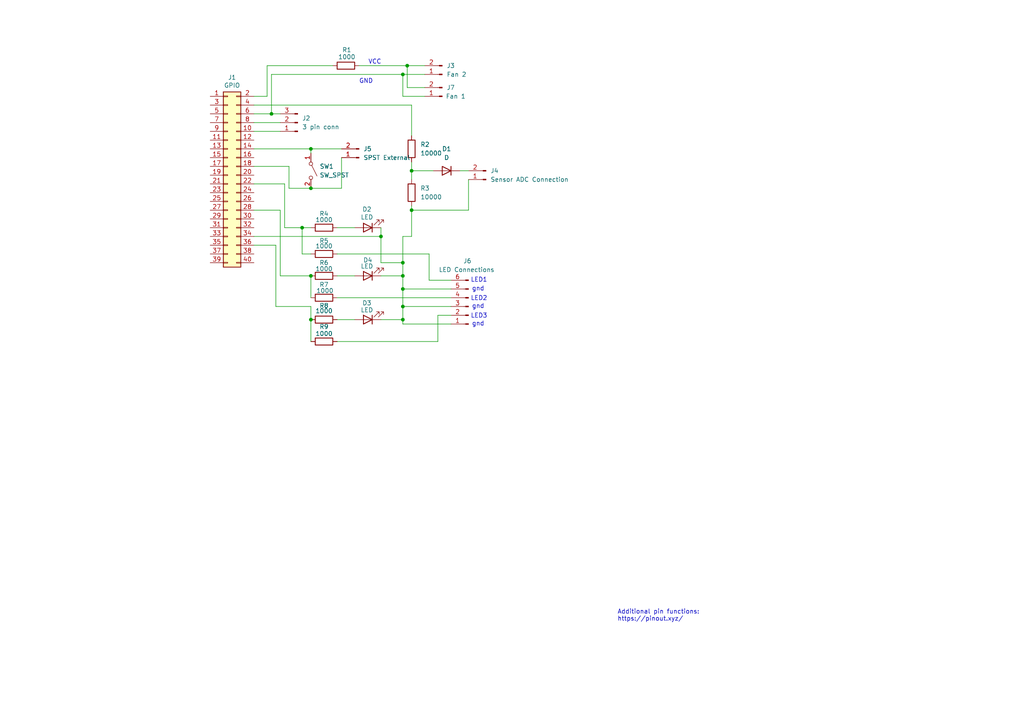
<source format=kicad_sch>
(kicad_sch (version 20231120) (generator "eeschema") (generator_version "8.0")
  (paper "A4")
  (title_block (date "15 nov 2012"))
  (lib_symbols
    (symbol "Connector:Conn_01x02_Pin" (pin_names (offset 1.016) hide)
      (property "Reference" "J" (at 0 2.54 0))
      (property "Value" "Conn_01x02_Pin" (at 0 -5.08 0))
      (symbol "Conn_01x02_Pin_1_1"
        (polyline (pts (xy 1.27 -2.54) (xy 0.8636 -2.54)) (stroke (width 0.1524)))
        (polyline (pts (xy 1.27 0) (xy 0.8636 0)) (stroke (width 0.1524)))
        (rectangle (start 0.8636 -2.413) (end 0 -2.667) (stroke (width 0.1524)) (fill (type outline)))
        (rectangle (start 0.8636 0.127) (end 0 -0.127) (stroke (width 0.1524)) (fill (type outline)))
        (pin passive line (at 5.08 0 180) (length 3.81) (name "Pin_1") (number "1"))
        (pin passive line (at 5.08 -2.54 180) (length 3.81) (name "Pin_2") (number "2"))
      )
    )
    (symbol "Connector:Conn_01x03_Pin" (pin_names (offset 1.016) hide)
      (property "Reference" "J" (at 0 5.08 0))
      (property "Value" "Conn_01x03_Pin" (at 0 -5.08 0))
      (symbol "Conn_01x03_Pin_1_1"
        (polyline (pts (xy 1.27 -2.54) (xy 0.8636 -2.54)) (stroke (width 0.1524)))
        (polyline (pts (xy 1.27 0) (xy 0.8636 0)) (stroke (width 0.1524)))
        (polyline (pts (xy 1.27 2.54) (xy 0.8636 2.54)) (stroke (width 0.1524)))
        (rectangle (start 0.8636 -2.413) (end 0 -2.667) (stroke (width 0.1524)) (fill (type outline)))
        (rectangle (start 0.8636 0.127) (end 0 -0.127) (stroke (width 0.1524)) (fill (type outline)))
        (rectangle (start 0.8636 2.667) (end 0 2.413) (stroke (width 0.1524)) (fill (type outline)))
        (pin passive line (at 5.08 2.54 180) (length 3.81) (name "Pin_1") (number "1"))
        (pin passive line (at 5.08 0 180) (length 3.81) (name "Pin_2") (number "2"))
        (pin passive line (at 5.08 -2.54 180) (length 3.81) (name "Pin_3") (number "3"))
      )
    )
    (symbol "Connector:Conn_01x06_Pin" (pin_names (offset 1.016) hide)
      (property "Reference" "J" (at 0 7.62 0))
      (property "Value" "Conn_01x06_Pin" (at 0 -10.16 0))
      (symbol "Conn_01x06_Pin_1_1"
        (polyline (pts (xy 1.27 -7.62) (xy 0.8636 -7.62)) (stroke (width 0.1524)))
        (polyline (pts (xy 1.27 -5.08) (xy 0.8636 -5.08)) (stroke (width 0.1524)))
        (polyline (pts (xy 1.27 -2.54) (xy 0.8636 -2.54)) (stroke (width 0.1524)))
        (polyline (pts (xy 1.27 0) (xy 0.8636 0)) (stroke (width 0.1524)))
        (polyline (pts (xy 1.27 2.54) (xy 0.8636 2.54)) (stroke (width 0.1524)))
        (polyline (pts (xy 1.27 5.08) (xy 0.8636 5.08)) (stroke (width 0.1524)))
        (rectangle (start 0.8636 -7.493) (end 0 -7.747) (stroke (width 0.1524)) (fill (type outline)))
        (rectangle (start 0.8636 -4.953) (end 0 -5.207) (stroke (width 0.1524)) (fill (type outline)))
        (rectangle (start 0.8636 -2.413) (end 0 -2.667) (stroke (width 0.1524)) (fill (type outline)))
        (rectangle (start 0.8636 0.127) (end 0 -0.127) (stroke (width 0.1524)) (fill (type outline)))
        (rectangle (start 0.8636 2.667) (end 0 2.413) (stroke (width 0.1524)) (fill (type outline)))
        (rectangle (start 0.8636 5.207) (end 0 4.953) (stroke (width 0.1524)) (fill (type outline)))
        (pin passive line (at 5.08 5.08 180) (length 3.81) (name "Pin_1") (number "1"))
        (pin passive line (at 5.08 2.54 180) (length 3.81) (name "Pin_2") (number "2"))
        (pin passive line (at 5.08 0 180) (length 3.81) (name "Pin_3") (number "3"))
        (pin passive line (at 5.08 -2.54 180) (length 3.81) (name "Pin_4") (number "4"))
        (pin passive line (at 5.08 -5.08 180) (length 3.81) (name "Pin_5") (number "5"))
        (pin passive line (at 5.08 -7.62 180) (length 3.81) (name "Pin_6") (number "6"))
      )
    )
    (symbol "Connector_Generic:Conn_02x20_Odd_Even" (pin_names (offset 1.016) hide)
      (property "Reference" "J" (at 1.27 25.4 0))
      (property "Value" "Conn_02x20_Odd_Even" (at 1.27 -27.94 0))
      (symbol "Conn_02x20_Odd_Even_1_1"
        (rectangle (start -1.27 -25.273) (end 0 -25.527) (stroke (width 0.1524)))
        (rectangle (start -1.27 -22.733) (end 0 -22.987) (stroke (width 0.1524)))
        (rectangle (start -1.27 -20.193) (end 0 -20.447) (stroke (width 0.1524)))
        (rectangle (start -1.27 -17.653) (end 0 -17.907) (stroke (width 0.1524)))
        (rectangle (start -1.27 -15.113) (end 0 -15.367) (stroke (width 0.1524)))
        (rectangle (start -1.27 -12.573) (end 0 -12.827) (stroke (width 0.1524)))
        (rectangle (start -1.27 -10.033) (end 0 -10.287) (stroke (width 0.1524)))
        (rectangle (start -1.27 -7.493) (end 0 -7.747) (stroke (width 0.1524)))
        (rectangle (start -1.27 -4.953) (end 0 -5.207) (stroke (width 0.1524)))
        (rectangle (start -1.27 -2.413) (end 0 -2.667) (stroke (width 0.1524)))
        (rectangle (start -1.27 0.127) (end 0 -0.127) (stroke (width 0.1524)))
        (rectangle (start -1.27 2.667) (end 0 2.413) (stroke (width 0.1524)))
        (rectangle (start -1.27 5.207) (end 0 4.953) (stroke (width 0.1524)))
        (rectangle (start -1.27 7.747) (end 0 7.493) (stroke (width 0.1524)))
        (rectangle (start -1.27 10.287) (end 0 10.033) (stroke (width 0.1524)))
        (rectangle (start -1.27 12.827) (end 0 12.573) (stroke (width 0.1524)))
        (rectangle (start -1.27 15.367) (end 0 15.113) (stroke (width 0.1524)))
        (rectangle (start -1.27 17.907) (end 0 17.653) (stroke (width 0.1524)))
        (rectangle (start -1.27 20.447) (end 0 20.193) (stroke (width 0.1524)))
        (rectangle (start -1.27 22.987) (end 0 22.733) (stroke (width 0.1524)))
        (rectangle (start -1.27 24.13) (end 3.81 -26.67) (stroke (width 0.254)) (fill (type background)))
        (rectangle (start 3.81 -25.273) (end 2.54 -25.527) (stroke (width 0.1524)))
        (rectangle (start 3.81 -22.733) (end 2.54 -22.987) (stroke (width 0.1524)))
        (rectangle (start 3.81 -20.193) (end 2.54 -20.447) (stroke (width 0.1524)))
        (rectangle (start 3.81 -17.653) (end 2.54 -17.907) (stroke (width 0.1524)))
        (rectangle (start 3.81 -15.113) (end 2.54 -15.367) (stroke (width 0.1524)))
        (rectangle (start 3.81 -12.573) (end 2.54 -12.827) (stroke (width 0.1524)))
        (rectangle (start 3.81 -10.033) (end 2.54 -10.287) (stroke (width 0.1524)))
        (rectangle (start 3.81 -7.493) (end 2.54 -7.747) (stroke (width 0.1524)))
        (rectangle (start 3.81 -4.953) (end 2.54 -5.207) (stroke (width 0.1524)))
        (rectangle (start 3.81 -2.413) (end 2.54 -2.667) (stroke (width 0.1524)))
        (rectangle (start 3.81 0.127) (end 2.54 -0.127) (stroke (width 0.1524)))
        (rectangle (start 3.81 2.667) (end 2.54 2.413) (stroke (width 0.1524)))
        (rectangle (start 3.81 5.207) (end 2.54 4.953) (stroke (width 0.1524)))
        (rectangle (start 3.81 7.747) (end 2.54 7.493) (stroke (width 0.1524)))
        (rectangle (start 3.81 10.287) (end 2.54 10.033) (stroke (width 0.1524)))
        (rectangle (start 3.81 12.827) (end 2.54 12.573) (stroke (width 0.1524)))
        (rectangle (start 3.81 15.367) (end 2.54 15.113) (stroke (width 0.1524)))
        (rectangle (start 3.81 17.907) (end 2.54 17.653) (stroke (width 0.1524)))
        (rectangle (start 3.81 20.447) (end 2.54 20.193) (stroke (width 0.1524)))
        (rectangle (start 3.81 22.987) (end 2.54 22.733) (stroke (width 0.1524)))
        (pin passive line (at -5.08 22.86 0) (length 3.81) (name "Pin_1") (number "1"))
        (pin passive line (at 7.62 12.7 180) (length 3.81) (name "Pin_10") (number "10"))
        (pin passive line (at -5.08 10.16 0) (length 3.81) (name "Pin_11") (number "11"))
        (pin passive line (at 7.62 10.16 180) (length 3.81) (name "Pin_12") (number "12"))
        (pin passive line (at -5.08 7.62 0) (length 3.81) (name "Pin_13") (number "13"))
        (pin passive line (at 7.62 7.62 180) (length 3.81) (name "Pin_14") (number "14"))
        (pin passive line (at -5.08 5.08 0) (length 3.81) (name "Pin_15") (number "15"))
        (pin passive line (at 7.62 5.08 180) (length 3.81) (name "Pin_16") (number "16"))
        (pin passive line (at -5.08 2.54 0) (length 3.81) (name "Pin_17") (number "17"))
        (pin passive line (at 7.62 2.54 180) (length 3.81) (name "Pin_18") (number "18"))
        (pin passive line (at -5.08 0 0) (length 3.81) (name "Pin_19") (number "19"))
        (pin passive line (at 7.62 22.86 180) (length 3.81) (name "Pin_2") (number "2"))
        (pin passive line (at 7.62 0 180) (length 3.81) (name "Pin_20") (number "20"))
        (pin passive line (at -5.08 -2.54 0) (length 3.81) (name "Pin_21") (number "21"))
        (pin passive line (at 7.62 -2.54 180) (length 3.81) (name "Pin_22") (number "22"))
        (pin passive line (at -5.08 -5.08 0) (length 3.81) (name "Pin_23") (number "23"))
        (pin passive line (at 7.62 -5.08 180) (length 3.81) (name "Pin_24") (number "24"))
        (pin passive line (at -5.08 -7.62 0) (length 3.81) (name "Pin_25") (number "25"))
        (pin passive line (at 7.62 -7.62 180) (length 3.81) (name "Pin_26") (number "26"))
        (pin passive line (at -5.08 -10.16 0) (length 3.81) (name "Pin_27") (number "27"))
        (pin passive line (at 7.62 -10.16 180) (length 3.81) (name "Pin_28") (number "28"))
        (pin passive line (at -5.08 -12.7 0) (length 3.81) (name "Pin_29") (number "29"))
        (pin passive line (at -5.08 20.32 0) (length 3.81) (name "Pin_3") (number "3"))
        (pin passive line (at 7.62 -12.7 180) (length 3.81) (name "Pin_30") (number "30"))
        (pin passive line (at -5.08 -15.24 0) (length 3.81) (name "Pin_31") (number "31"))
        (pin passive line (at 7.62 -15.24 180) (length 3.81) (name "Pin_32") (number "32"))
        (pin passive line (at -5.08 -17.78 0) (length 3.81) (name "Pin_33") (number "33"))
        (pin passive line (at 7.62 -17.78 180) (length 3.81) (name "Pin_34") (number "34"))
        (pin passive line (at -5.08 -20.32 0) (length 3.81) (name "Pin_35") (number "35"))
        (pin passive line (at 7.62 -20.32 180) (length 3.81) (name "Pin_36") (number "36"))
        (pin passive line (at -5.08 -22.86 0) (length 3.81) (name "Pin_37") (number "37"))
        (pin passive line (at 7.62 -22.86 180) (length 3.81) (name "Pin_38") (number "38"))
        (pin passive line (at -5.08 -25.4 0) (length 3.81) (name "Pin_39") (number "39"))
        (pin passive line (at 7.62 20.32 180) (length 3.81) (name "Pin_4") (number "4"))
        (pin passive line (at 7.62 -25.4 180) (length 3.81) (name "Pin_40") (number "40"))
        (pin passive line (at -5.08 17.78 0) (length 3.81) (name "Pin_5") (number "5"))
        (pin passive line (at 7.62 17.78 180) (length 3.81) (name "Pin_6") (number "6"))
        (pin passive line (at -5.08 15.24 0) (length 3.81) (name "Pin_7") (number "7"))
        (pin passive line (at 7.62 15.24 180) (length 3.81) (name "Pin_8") (number "8"))
        (pin passive line (at -5.08 12.7 0) (length 3.81) (name "Pin_9") (number "9"))
      )
    )
    (symbol "Device:D" (pin_numbers hide) (pin_names (offset 1.016) hide)
      (property "Reference" "D" (at 0 2.54 0))
      (property "Value" "D" (at 0 -2.54 0))
      (symbol "D_0_1"
        (polyline (pts (xy -1.27 1.27) (xy -1.27 -1.27)) (stroke (width 0.254)))
        (polyline (pts (xy 1.27 0) (xy -1.27 0)))
        (polyline (pts (xy 1.27 1.27) (xy 1.27 -1.27) (xy -1.27 0) (xy 1.27 1.27)) (stroke (width 0.254)))
      )
      (symbol "D_1_1"
        (pin passive line (at -3.81 0 0) (length 2.54) (name "K") (number "1"))
        (pin passive line (at 3.81 0 180) (length 2.54) (name "A") (number "2"))
      )
    )
    (symbol "Device:LED" (pin_numbers hide) (pin_names (offset 1.016) hide)
      (property "Reference" "D" (at 0 2.54 0))
      (property "Value" "LED" (at 0 -2.54 0))
      (symbol "LED_0_1"
        (polyline (pts (xy -1.27 -1.27) (xy -1.27 1.27)) (stroke (width 0.254)))
        (polyline (pts (xy -1.27 0) (xy 1.27 0)))
        (polyline (pts (xy 1.27 -1.27) (xy 1.27 1.27) (xy -1.27 0) (xy 1.27 -1.27)) (stroke (width 0.254)))
        (polyline (pts (xy -3.048 -0.762) (xy -4.572 -2.286) (xy -3.81 -2.286) (xy -4.572 -2.286) (xy -4.572 -1.524)))
        (polyline (pts (xy -1.778 -0.762) (xy -3.302 -2.286) (xy -2.54 -2.286) (xy -3.302 -2.286) (xy -3.302 -1.524)))
      )
      (symbol "LED_1_1"
        (pin passive line (at -3.81 0 0) (length 2.54) (name "K") (number "1"))
        (pin passive line (at 3.81 0 180) (length 2.54) (name "A") (number "2"))
      )
    )
    (symbol "Device:R" (pin_numbers hide) (pin_names (offset 0))
      (property "Reference" "R" (at 2.032 0 90))
      (property "Value" "R" (at 0 0 90))
      (symbol "R_0_1"
        (rectangle (start -1.016 -2.54) (end 1.016 2.54) (stroke (width 0.254)))
      )
      (symbol "R_1_1"
        (pin passive line (at 0 3.81 270) (length 1.27) (name "~") (number "1"))
        (pin passive line (at 0 -3.81 90) (length 1.27) (name "~") (number "2"))
      )
    )
    (symbol "Switch:SW_SPST" (pin_names (offset 0) hide)
      (property "Reference" "SW" (at 0 3.175 0))
      (property "Value" "SW_SPST" (at 0 -2.54 0))
      (symbol "SW_SPST_0_0"
        (circle (center -2.032 0) (radius 0.508))
        (polyline (pts (xy -1.524 0.254) (xy 1.524 1.778)))
        (circle (center 2.032 0) (radius 0.508))
      )
      (symbol "SW_SPST_1_1"
        (pin passive line (at -5.08 0 0) (length 2.54) (name "A") (number "1"))
        (pin passive line (at 5.08 0 180) (length 2.54) (name "B") (number "2"))
      )
    )
  )
  (junction (at 87.63 66.04))
  (junction (at 90.17 80.01))
  (junction (at 78.74 33.02))
  (junction (at 110.49 68.58))
  (junction (at 90.17 43.18))
  (junction (at 119.38 49.53))
  (junction (at 116.84 80.01))
  (junction (at 116.84 83.82))
  (junction (at 119.38 60.96))
  (junction (at 116.84 92.71))
  (junction (at 116.84 21.59))
  (junction (at 116.84 88.9))
  (junction (at 90.17 92.71))
  (junction (at 116.84 76.2))
  (junction (at 118.11 19.05))
  (junction (at 90.17 54.61))
  (wire (pts (xy 116.84 83.82) (xy 130.81 83.82)))
  (wire (pts (xy 116.84 76.2) (xy 116.84 80.01)))
  (wire (pts (xy 90.17 44.45) (xy 90.17 43.18)))
  (wire (pts (xy 110.49 76.2) (xy 110.49 68.58)))
  (wire (pts (xy 116.84 68.58) (xy 116.84 76.2)))
  (wire (pts (xy 97.79 86.36) (xy 130.81 86.36)))
  (wire (pts (xy 90.17 88.9) (xy 90.17 92.71)))
  (wire (pts (xy 97.79 80.01) (xy 102.87 80.01)))
  (wire (pts (xy 97.79 99.06) (xy 127 99.06)))
  (wire (pts (xy 77.47 19.05) (xy 96.52 19.05)))
  (wire (pts (xy 73.66 35.56) (xy 81.28 35.56)))
  (wire (pts (xy 116.84 88.9) (xy 130.81 88.9)))
  (wire (pts (xy 116.84 27.94) (xy 116.84 21.59)))
  (wire (pts (xy 90.17 54.61) (xy 83.82 54.61)))
  (wire (pts (xy 97.79 73.66) (xy 124.46 73.66)))
  (wire (pts (xy 73.66 30.48) (xy 119.38 30.48)))
  (wire (pts (xy 119.38 49.53) (xy 125.73 49.53)))
  (wire (pts (xy 82.55 66.04) (xy 87.63 66.04)))
  (wire (pts (xy 119.38 39.37) (xy 119.38 30.48)))
  (wire (pts (xy 83.82 54.61) (xy 83.82 48.26)))
  (wire (pts (xy 73.66 43.18) (xy 90.17 43.18)))
  (wire (pts (xy 116.84 80.01) (xy 116.84 83.82)))
  (wire (pts (xy 73.66 53.34) (xy 82.55 53.34)))
  (wire (pts (xy 73.66 33.02) (xy 78.74 33.02)))
  (wire (pts (xy 119.38 60.96) (xy 119.38 68.58)))
  (wire (pts (xy 81.28 80.01) (xy 81.28 60.96)))
  (wire (pts (xy 90.17 43.18) (xy 99.06 43.18)))
  (wire (pts (xy 87.63 66.04) (xy 90.17 66.04)))
  (wire (pts (xy 110.49 92.71) (xy 116.84 92.71)))
  (wire (pts (xy 118.11 19.05) (xy 123.19 19.05)))
  (wire (pts (xy 90.17 80.01) (xy 90.17 86.36)))
  (wire (pts (xy 119.38 60.96) (xy 135.89 60.96)))
  (wire (pts (xy 73.66 68.58) (xy 110.49 68.58)))
  (wire (pts (xy 87.63 73.66) (xy 87.63 66.04)))
  (wire (pts (xy 116.84 88.9) (xy 116.84 83.82)))
  (wire (pts (xy 135.89 52.07) (xy 135.89 60.96)))
  (wire (pts (xy 133.35 49.53) (xy 135.89 49.53)))
  (wire (pts (xy 82.55 53.34) (xy 82.55 66.04)))
  (wire (pts (xy 116.84 93.98) (xy 116.84 92.71)))
  (wire (pts (xy 77.47 19.05) (xy 77.47 27.94)))
  (wire (pts (xy 116.84 21.59) (xy 78.74 21.59)))
  (wire (pts (xy 73.66 71.12) (xy 80.01 71.12)))
  (wire (pts (xy 97.79 92.71) (xy 102.87 92.71)))
  (wire (pts (xy 123.19 25.4) (xy 118.11 25.4)))
  (wire (pts (xy 124.46 81.28) (xy 130.81 81.28)))
  (wire (pts (xy 119.38 49.53) (xy 119.38 52.07)))
  (wire (pts (xy 116.84 88.9) (xy 116.84 92.71)))
  (wire (pts (xy 119.38 59.69) (xy 119.38 60.96)))
  (wire (pts (xy 90.17 80.01) (xy 81.28 80.01)))
  (wire (pts (xy 118.11 19.05) (xy 118.11 25.4)))
  (wire (pts (xy 99.06 45.72) (xy 99.06 54.61)))
  (wire (pts (xy 73.66 60.96) (xy 81.28 60.96)))
  (wire (pts (xy 110.49 80.01) (xy 116.84 80.01)))
  (wire (pts (xy 83.82 48.26) (xy 73.66 48.26)))
  (wire (pts (xy 90.17 92.71) (xy 90.17 99.06)))
  (wire (pts (xy 127 91.44) (xy 130.81 91.44)))
  (wire (pts (xy 90.17 54.61) (xy 99.06 54.61)))
  (wire (pts (xy 124.46 73.66) (xy 124.46 81.28)))
  (wire (pts (xy 127 99.06) (xy 127 91.44)))
  (wire (pts (xy 119.38 46.99) (xy 119.38 49.53)))
  (wire (pts (xy 110.49 66.04) (xy 110.49 68.58)))
  (wire (pts (xy 90.17 73.66) (xy 87.63 73.66)))
  (wire (pts (xy 110.49 76.2) (xy 116.84 76.2)))
  (wire (pts (xy 123.19 27.94) (xy 116.84 27.94)))
  (wire (pts (xy 116.84 93.98) (xy 130.81 93.98)))
  (wire (pts (xy 73.66 27.94) (xy 77.47 27.94)))
  (wire (pts (xy 116.84 68.58) (xy 119.38 68.58)))
  (wire (pts (xy 123.19 21.59) (xy 116.84 21.59)))
  (wire (pts (xy 78.74 21.59) (xy 78.74 33.02)))
  (wire (pts (xy 73.66 38.1) (xy 81.28 38.1)))
  (wire (pts (xy 104.14 19.05) (xy 118.11 19.05)))
  (wire (pts (xy 78.74 33.02) (xy 81.28 33.02)))
  (wire (pts (xy 80.01 88.9) (xy 80.01 71.12)))
  (wire (pts (xy 97.79 66.04) (xy 102.87 66.04)))
  (wire (pts (xy 90.17 88.9) (xy 80.01 88.9)))
  (text "Additional pin functions:\nhttps://pinout.xyz/" (at 179.07 180.34 0) (effects (font (size 1.27 1.27)) (justify left bottom)))
  (text "GND\n" (at 106.172 23.622 0) (effects (font (size 1.27 1.27))))
  (text "VCC\n" (at 108.712 18.034 0) (effects (font (size 1.27 1.27))))
  (text "LED1" (at 138.938 81.28 0) (effects (font (size 1.27 1.27))))
  (text "gnd\n" (at 138.684 93.98 0) (effects (font (size 1.27 1.27))))
  (text "LED2\n" (at 138.938 86.614 0) (effects (font (size 1.27 1.27))))
  (text "gnd\n" (at 138.684 83.82 0) (effects (font (size 1.27 1.27))))
  (text "LED3\n" (at 138.938 91.694 0) (effects (font (size 1.27 1.27))))
  (text "gnd\n" (at 138.684 88.9 0) (effects (font (size 1.27 1.27))))
  (symbol (lib_id "Connector_Generic:Conn_02x20_Odd_Even") (at 66.04 50.8 0) (unit 1)
    (property "Reference" "J1" (at 67.31 22.4598 0))
    (property "Value" "GPIO" (at 67.31 24.765 0))
    (property "Footprint" "Connector_PinSocket_2.54mm:PinSocket_2x20_P2.54mm_Vertical" (effects (hide yes)))
  )
  (symbol (lib_id "Device:R") (at 119.38 55.88 0) (unit 1)
    (property "Reference" "R3" (at 121.92 54.6099 0) (effects (justify left)))
    (property "Value" "10000" (at 121.92 57.1499 0) (effects (justify left)))
    (property "Footprint" "Resistor_SMD:R_1206_3216Metric" (effects (hide yes)))
    (property "Description" "Resistor" (effects (hide yes)))
  )
  (symbol (lib_id "Device:R") (at 93.98 92.71 270) (unit 1)
    (property "Reference" "R8" (at 93.98 88.646 90))
    (property "Value" "1000" (at 93.98 90.17 90))
    (property "Footprint" "Resistor_SMD:R_1206_3216Metric" (effects (hide yes)))
    (property "Description" "Resistor" (effects (hide yes)))
  )
  (symbol (lib_id "Connector:Conn_01x02_Pin") (at 128.27 27.94 180) (unit 1)
    (property "Reference" "J7" (at 129.54 25.3999 0) (effects (justify right)))
    (property "Value" "Fan 1" (at 129.286 27.94 0) (effects (justify right)))
    (property "Footprint" "Connector_PinHeader_1.27mm:PinHeader_1x02_P1.27mm_Vertical" (effects (hide yes)))
    (property "Description" "Generic connector, single row, 01x02, script generated" (effects (hide yes)))
  )
  (symbol (lib_id "Device:R") (at 93.98 99.06 90) (unit 1)
    (property "Reference" "R9" (at 93.98 94.742 90))
    (property "Value" "1000" (at 93.98 96.774 90))
    (property "Footprint" "Resistor_SMD:R_1206_3216Metric" (effects (hide yes)))
    (property "Description" "Resistor" (effects (hide yes)))
  )
  (symbol (lib_id "Device:R") (at 93.98 86.36 90) (unit 1)
    (property "Reference" "R7" (at 93.98 82.55 90))
    (property "Value" "1000" (at 94.234 84.328 90))
    (property "Footprint" "Resistor_SMD:R_1206_3216Metric" (effects (hide yes)))
    (property "Description" "Resistor" (effects (hide yes)))
  )
  (symbol (lib_id "Connector:Conn_01x02_Pin") (at 140.97 52.07 180) (unit 1)
    (property "Reference" "J4" (at 142.24 49.5299 0) (effects (justify right)))
    (property "Value" "Sensor ADC Connection" (at 142.24 52.0699 0) (effects (justify right)))
    (property "Footprint" "Connector_PinHeader_1.27mm:PinHeader_1x02_P1.27mm_Vertical" (effects (hide yes)))
    (property "Description" "Generic connector, single row, 01x02, script generated" (effects (hide yes)))
  )
  (symbol (lib_id "Connector:Conn_01x06_Pin") (at 135.89 88.9 180) (unit 1)
    (property "Reference" "J6" (at 134.366 75.692 0) (effects (justify right)))
    (property "Value" "LED Connections" (at 127.254 78.232 0) (effects (justify right)))
    (property "Footprint" "Connector_PinHeader_1.27mm:PinHeader_1x06_P1.27mm_Vertical" (effects (hide yes)))
    (property "Description" "Generic connector, single row, 01x06, script generated" (effects (hide yes)))
  )
  (symbol (lib_id "Connector:Conn_01x02_Pin") (at 104.14 45.72 180) (unit 1)
    (property "Reference" "J5" (at 105.41 43.1799 0) (effects (justify right)))
    (property "Value" "SPST External" (at 105.41 45.7199 0) (effects (justify right)))
    (property "Footprint" "Connector_PinHeader_1.27mm:PinHeader_1x02_P1.27mm_Vertical" (effects (hide yes)))
    (property "Description" "Generic connector, single row, 01x02, script generated" (effects (hide yes)))
  )
  (symbol (lib_id "Connector:Conn_01x02_Pin") (at 128.27 21.59 180) (unit 1)
    (property "Reference" "J3" (at 129.54 19.0499 0) (effects (justify right)))
    (property "Value" "Fan 2" (at 129.54 21.5899 0) (effects (justify right)))
    (property "Footprint" "Connector_PinHeader_1.27mm:PinHeader_1x02_P1.27mm_Vertical" (effects (hide yes)))
    (property "Description" "Generic connector, single row, 01x02, script generated" (effects (hide yes)))
  )
  (symbol (lib_id "Device:R") (at 100.33 19.05 90) (unit 1)
    (property "Reference" "R1" (at 100.584 14.478 90))
    (property "Value" "1000" (at 100.584 16.51 90))
    (property "Footprint" "Resistor_SMD:R_1206_3216Metric" (effects (hide yes)))
    (property "Description" "Resistor" (effects (hide yes)))
  )
  (symbol (lib_id "Switch:SW_SPST") (at 90.17 49.53 270) (unit 1)
    (property "Reference" "SW1" (at 92.71 48.2599 90) (effects (justify left)))
    (property "Value" "SW_SPST" (at 92.71 50.7999 90) (effects (justify left)))
    (property "Footprint" "Button_Switch_SMD:SW_DIP_SPSTx01_Slide_6.7x4.1mm_W8.61mm_P2.54mm_LowProfile" (effects (hide yes)))
    (property "Description" "Single Pole Single Throw (SPST) switch" (effects (hide yes)))
  )
  (symbol (lib_id "Device:LED") (at 106.68 92.71 180) (unit 1)
    (property "Reference" "D3" (at 106.426 87.884 0))
    (property "Value" "LED" (at 106.426 89.916 0))
    (property "Footprint" "LED_THT:LED_D3.0mm_Horizontal_O6.35mm_Z10.0mm" (effects (hide yes)))
    (property "Description" "Light emitting diode" (effects (hide yes)))
  )
  (symbol (lib_id "Connector:Conn_01x03_Pin") (at 86.36 35.56 180) (unit 1)
    (property "Reference" "J2" (at 87.63 34.2899 0) (effects (justify right)))
    (property "Value" "3 pin conn" (at 87.63 36.8299 0) (effects (justify right)))
    (property "Footprint" "Connector_PinHeader_1.27mm:PinHeader_1x03_P1.27mm_Vertical" (effects (hide yes)))
    (property "Description" "Generic connector, single row, 01x03, script generated" (effects (hide yes)))
  )
  (symbol (lib_id "Device:R") (at 93.98 80.01 90) (unit 1)
    (property "Reference" "R6" (at 93.98 76.2 90))
    (property "Value" "1000" (at 93.98 77.978 90))
    (property "Footprint" "Resistor_SMD:R_1206_3216Metric" (effects (hide yes)))
    (property "Description" "Resistor" (effects (hide yes)))
  )
  (symbol (lib_id "Device:R") (at 119.38 43.18 0) (unit 1)
    (property "Reference" "R2" (at 121.92 41.9099 0) (effects (justify left)))
    (property "Value" "10000" (at 121.92 44.4499 0) (effects (justify left)))
    (property "Footprint" "Resistor_SMD:R_1206_3216Metric" (effects (hide yes)))
    (property "Description" "Resistor" (effects (hide yes)))
  )
  (symbol (lib_id "Device:D") (at 129.54 49.53 180) (unit 1)
    (property "Reference" "D1" (at 129.54 43.18 0))
    (property "Value" "D" (at 129.54 45.72 0))
    (property "Footprint" "Diode_SMD:D_0201_0603Metric" (effects (hide yes)))
    (property "Description" "Diode" (effects (hide yes)))
    (property "Sim.Device" "D" (effects (hide yes)))
    (property "Sim.Pins" "1=K 2=A" (effects (hide yes)))
  )
  (symbol (lib_id "Device:LED") (at 106.68 66.04 180) (unit 1)
    (property "Reference" "D2" (at 106.426 60.706 0))
    (property "Value" "LED" (at 106.426 62.992 0))
    (property "Footprint" "LED_THT:LED_D3.0mm_Horizontal_O6.35mm_Z10.0mm" (effects (hide yes)))
    (property "Description" "Light emitting diode" (effects (hide yes)))
  )
  (symbol (lib_id "Device:R") (at 93.98 66.04 90) (unit 1)
    (property "Reference" "R4" (at 93.98 61.976 90))
    (property "Value" "1000" (at 93.98 63.754 90))
    (property "Footprint" "Resistor_SMD:R_1206_3216Metric" (effects (hide yes)))
    (property "Description" "Resistor" (effects (hide yes)))
  )
  (symbol (lib_id "Device:LED") (at 106.68 80.01 180) (unit 1)
    (property "Reference" "D4" (at 106.68 75.438 0))
    (property "Value" "LED" (at 106.426 77.216 0))
    (property "Footprint" "LED_THT:LED_D3.0mm_Horizontal_O6.35mm_Z10.0mm" (effects (hide yes)))
    (property "Description" "Light emitting diode" (effects (hide yes)))
  )
  (symbol (lib_id "Device:R") (at 93.98 73.66 90) (unit 1)
    (property "Reference" "R5" (at 93.98 69.85 90))
    (property "Value" "1000" (at 93.98 71.374 90))
    (property "Footprint" "Resistor_SMD:R_1206_3216Metric" (effects (hide yes)))
    (property "Description" "Resistor" (effects (hide yes)))
  )
)
</source>
